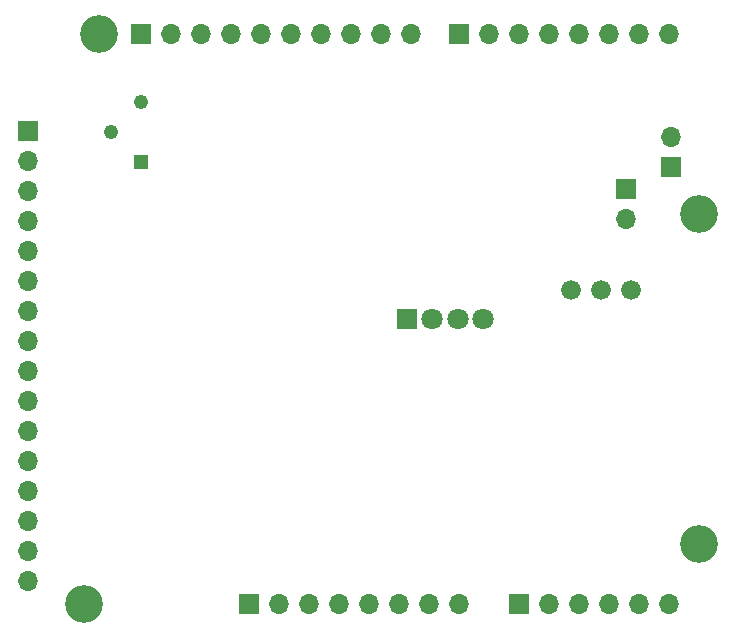
<source format=gbr>
%TF.GenerationSoftware,KiCad,Pcbnew,(6.0.8-1)-1*%
%TF.CreationDate,2022-11-16T22:41:15-08:00*%
%TF.ProjectId,osh-park-2-layer-kicad-5.99-drc-template,6f73682d-7061-4726-9b2d-322d6c617965,02*%
%TF.SameCoordinates,Original*%
%TF.FileFunction,Soldermask,Bot*%
%TF.FilePolarity,Negative*%
%FSLAX46Y46*%
G04 Gerber Fmt 4.6, Leading zero omitted, Abs format (unit mm)*
G04 Created by KiCad (PCBNEW (6.0.8-1)-1) date 2022-11-16 22:41:15*
%MOMM*%
%LPD*%
G01*
G04 APERTURE LIST*
%ADD10R,1.222000X1.222000*%
%ADD11C,1.222000*%
%ADD12R,1.700000X1.700000*%
%ADD13O,1.700000X1.700000*%
%ADD14C,3.200000*%
%ADD15R,1.800000X1.800000*%
%ADD16C,1.800000*%
%ADD17C,1.676400*%
G04 APERTURE END LIST*
D10*
%TO.C,RV1*%
X138688281Y-74223478D03*
D11*
X136148281Y-71683478D03*
X138688281Y-69143478D03*
%TD*%
D12*
%TO.C,J6*%
X183630604Y-74644607D03*
D13*
X183630604Y-72104607D03*
%TD*%
D12*
%TO.C,J5*%
X179773182Y-76475507D03*
D13*
X179773182Y-79015507D03*
%TD*%
D14*
%TO.C,MH3*%
X185966658Y-78581644D03*
%TD*%
D12*
%TO.C,J1*%
X147866658Y-111601644D03*
D13*
X150406658Y-111601644D03*
X152946658Y-111601644D03*
X155486658Y-111601644D03*
X158026658Y-111601644D03*
X160566658Y-111601644D03*
X163106658Y-111601644D03*
X165646658Y-111601644D03*
%TD*%
D12*
%TO.C,J2*%
X138722658Y-63341644D03*
D13*
X141262658Y-63341644D03*
X143802658Y-63341644D03*
X146342658Y-63341644D03*
X148882658Y-63341644D03*
X151422658Y-63341644D03*
X153962658Y-63341644D03*
X156502658Y-63341644D03*
X159042658Y-63341644D03*
X161582658Y-63341644D03*
%TD*%
D14*
%TO.C,MH2*%
X133896658Y-111601644D03*
%TD*%
D12*
%TO.C,J4*%
X165646658Y-63341644D03*
D13*
X168186658Y-63341644D03*
X170726658Y-63341644D03*
X173266658Y-63341644D03*
X175806658Y-63341644D03*
X178346658Y-63341644D03*
X180886658Y-63341644D03*
X183426658Y-63341644D03*
%TD*%
D15*
%TO.C,D2*%
X161238442Y-87446985D03*
D16*
X163397442Y-87446985D03*
X165556442Y-87446985D03*
X167715442Y-87446985D03*
%TD*%
D12*
%TO.C,J3*%
X170726658Y-111601644D03*
D13*
X173266658Y-111601644D03*
X175806658Y-111601644D03*
X178346658Y-111601644D03*
X180886658Y-111601644D03*
X183426658Y-111601644D03*
%TD*%
D12*
%TO.C,J7*%
X129116243Y-71587024D03*
D13*
X129116243Y-74127024D03*
X129116243Y-76667024D03*
X129116243Y-79207024D03*
X129116243Y-81747024D03*
X129116243Y-84287024D03*
X129116243Y-86827024D03*
X129116243Y-89367024D03*
X129116243Y-91907024D03*
X129116243Y-94447024D03*
X129116243Y-96987024D03*
X129116243Y-99527024D03*
X129116243Y-102067024D03*
X129116243Y-104607024D03*
X129116243Y-107147024D03*
X129116243Y-109687024D03*
%TD*%
D14*
%TO.C,MH4*%
X185966658Y-106521644D03*
%TD*%
%TO.C,MH1*%
X135166658Y-63341644D03*
%TD*%
D17*
%TO.C,SW1*%
X175142885Y-85033657D03*
X177682885Y-85033657D03*
X180222885Y-85033657D03*
%TD*%
M02*

</source>
